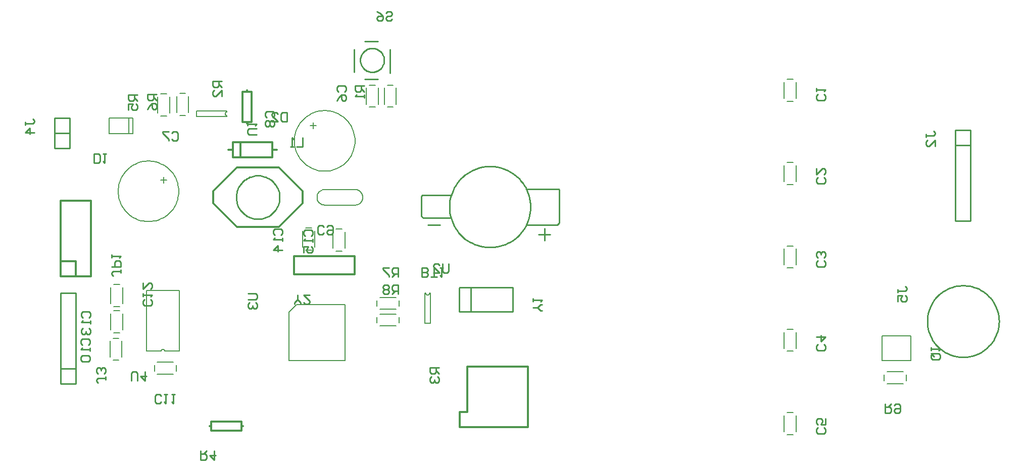
<source format=gbo>
%FSTAX23Y23*%
%MOIN*%
%SFA1B1*%

%IPPOS*%
%ADD46C,0.010000*%
%ADD77C,0.007874*%
%ADD78C,0.012008*%
%ADD79C,0.014961*%
%LNkradac270315-1*%
%LPD*%
G54D46*
X02657Y01511D02*
D01*
X02656Y0153*
X02654Y01549*
X02651Y01567*
X02647Y01585*
X02641Y01603*
X02634Y0162*
X02626Y01637*
X02616Y01653*
X02606Y01669*
X02594Y01683*
X02582Y01697*
X02568Y0171*
X02554Y01722*
X02539Y01733*
X02523Y01743*
X02507Y01752*
X0249Y0176*
X02472Y01766*
X02454Y01771*
X02436Y01775*
X02417Y01778*
X02399Y01779*
X0238*
X02361Y01778*
X02343Y01775*
X02324Y01771*
X02307Y01766*
X02289Y0176*
X02272Y01752*
X02255Y01743*
X0224Y01733*
X02224Y01722*
X0221Y0171*
X02197Y01697*
X02184Y01683*
X02173Y01669*
X02162Y01653*
X02153Y01637*
X02145Y0162*
X02138Y01603*
X02132Y01585*
X02127Y01567*
X02124Y01549*
X02122Y0153*
X02122Y01511*
X02122Y01493*
X02124Y01474*
X02127Y01456*
X02132Y01438*
X02138Y0142*
X02145Y01402*
X02153Y01386*
X02162Y01369*
X02173Y01354*
X02184Y01339*
X02197Y01325*
X0221Y01312*
X02224Y013*
X0224Y01289*
X02255Y01279*
X02272Y01271*
X02289Y01263*
X02307Y01257*
X02324Y01252*
X02343Y01248*
X02361Y01245*
X0238Y01244*
X02399*
X02417Y01245*
X02436Y01248*
X02454Y01252*
X02472Y01257*
X0249Y01263*
X02507Y01271*
X02523Y01279*
X02539Y01289*
X02554Y013*
X02568Y01312*
X02582Y01325*
X02594Y01339*
X02606Y01354*
X02616Y01369*
X02626Y01386*
X02634Y01402*
X02641Y0142*
X02647Y01438*
X02651Y01456*
X02654Y01474*
X02656Y01493*
X02657Y01511*
X05748Y00755D02*
D01*
X05747Y00771*
X05745Y00788*
X05742Y00804*
X05738Y0082*
X05733Y00836*
X05727Y00851*
X0572Y00866*
X05712Y0088*
X05702Y00894*
X05692Y00907*
X05681Y00919*
X05669Y00931*
X05657Y00941*
X05643Y00951*
X05629Y0096*
X05615Y00967*
X056Y00974*
X05584Y0098*
X05568Y00984*
X05552Y00988*
X05536Y0099*
X0552Y00991*
X05503*
X05487Y0099*
X0547Y00988*
X05454Y00984*
X05438Y0098*
X05423Y00974*
X05408Y00967*
X05393Y0096*
X05379Y00951*
X05366Y00941*
X05353Y00931*
X05341Y00919*
X0533Y00907*
X0532Y00894*
X05311Y0088*
X05303Y00866*
X05296Y00851*
X05289Y00836*
X05284Y0082*
X0528Y00804*
X05277Y00788*
X05276Y00771*
X05275Y00755*
X05276Y00739*
X05277Y00722*
X0528Y00706*
X05284Y0069*
X05289Y00674*
X05296Y00659*
X05303Y00644*
X05311Y0063*
X0532Y00616*
X0533Y00603*
X05341Y00591*
X05353Y00579*
X05366Y00569*
X05379Y00559*
X05393Y0055*
X05408Y00543*
X05423Y00536*
X05438Y0053*
X05454Y00526*
X0547Y00522*
X05487Y0052*
X05503Y00519*
X0552*
X05536Y0052*
X05552Y00522*
X05568Y00526*
X05584Y0053*
X056Y00536*
X05615Y00543*
X05629Y0055*
X05643Y00559*
X05657Y00569*
X05669Y00579*
X05681Y00591*
X05692Y00603*
X05702Y00616*
X05712Y0063*
X0572Y00644*
X05727Y00659*
X05733Y00674*
X05738Y0069*
X05742Y00706*
X05745Y00722*
X05747Y00739*
X05748Y00755*
X01001Y01574D02*
D01*
X01001Y01584*
X00999Y01594*
X00998Y01604*
X00995Y01614*
X00992Y01623*
X00989Y01633*
X00984Y01641*
X00979Y0165*
X00974Y01658*
X00967Y01666*
X00961Y01674*
X00954Y01681*
X00946Y01687*
X00938Y01693*
X00929Y01698*
X00921Y01703*
X00911Y01707*
X00902Y0171*
X00892Y01713*
X00883Y01715*
X00873Y01717*
X00863Y01717*
X00853*
X00843Y01717*
X00833Y01715*
X00823Y01713*
X00814Y0171*
X00804Y01707*
X00795Y01703*
X00786Y01698*
X00778Y01693*
X0077Y01687*
X00762Y01681*
X00755Y01674*
X00748Y01666*
X00742Y01658*
X00736Y0165*
X00731Y01641*
X00727Y01633*
X00723Y01623*
X0072Y01614*
X00718Y01604*
X00716Y01594*
X00715Y01584*
X00715Y01574*
X00715Y01564*
X00716Y01554*
X00718Y01545*
X0072Y01535*
X00723Y01525*
X00727Y01516*
X00731Y01507*
X00736Y01498*
X00742Y0149*
X00748Y01482*
X00755Y01475*
X00762Y01468*
X0077Y01462*
X00778Y01456*
X00786Y0145*
X00795Y01446*
X00804Y01442*
X00814Y01438*
X00823Y01435*
X00833Y01433*
X00843Y01432*
X00853Y01431*
X00863*
X00873Y01432*
X00883Y01433*
X00892Y01435*
X00902Y01438*
X00911Y01442*
X00921Y01446*
X00929Y0145*
X00938Y01456*
X00946Y01462*
X00954Y01468*
X00961Y01475*
X00967Y01482*
X00974Y0149*
X00979Y01498*
X00984Y01507*
X00989Y01516*
X00992Y01525*
X00995Y01535*
X00998Y01545*
X00999Y01554*
X01001Y01564*
X01001Y01574*
X01691Y02481D02*
D01*
X0169Y02486*
X0169Y02492*
X01689Y02497*
X01688Y02502*
X01686Y02508*
X01684Y02513*
X01681Y02518*
X01679Y02522*
X01676Y02527*
X01672Y02531*
X01669Y02535*
X01665Y02539*
X0166Y02543*
X01656Y02546*
X01651Y02549*
X01646Y02551*
X01641Y02554*
X01636Y02555*
X01631Y02557*
X01626Y02558*
X0162Y02559*
X01615Y02559*
X01609*
X01604Y02559*
X01598Y02558*
X01593Y02557*
X01588Y02555*
X01582Y02554*
X01577Y02551*
X01572Y02549*
X01568Y02546*
X01563Y02543*
X01559Y02539*
X01555Y02535*
X01552Y02531*
X01548Y02527*
X01545Y02522*
X01542Y02518*
X0154Y02513*
X01538Y02508*
X01536Y02502*
X01535Y02497*
X01534Y02492*
X01533Y02486*
X01533Y02481*
X01533Y02475*
X01534Y0247*
X01535Y02464*
X01536Y02459*
X01538Y02454*
X0154Y02449*
X01542Y02444*
X01545Y02439*
X01548Y02434*
X01552Y0243*
X01555Y02426*
X01559Y02422*
X01563Y02419*
X01568Y02415*
X01572Y02412*
X01577Y0241*
X01582Y02408*
X01588Y02406*
X01593Y02404*
X01598Y02403*
X01604Y02402*
X01609Y02402*
X01615*
X0162Y02402*
X01626Y02403*
X01631Y02404*
X01636Y02406*
X01641Y02408*
X01646Y0241*
X01651Y02412*
X01656Y02415*
X0166Y02419*
X01665Y02422*
X01669Y02426*
X01672Y0243*
X01676Y02434*
X01679Y02439*
X01681Y02444*
X01684Y02449*
X01686Y02454*
X01688Y02459*
X01689Y02464*
X0169Y0247*
X0169Y02475*
X01691Y02481*
X0198Y01393D02*
X02059D01*
X02708Y01329D02*
X02787D01*
X02748Y01289D02*
Y01368D01*
X01944Y0159D02*
X02137D01*
X02629Y01393D02*
X02834D01*
X02846Y01405*
Y01625*
X02842Y01629D02*
X02846Y01625D01*
X02625Y01629D02*
X02842D01*
X01948Y01437D02*
X02133D01*
X01937Y01448D02*
X01948Y01437D01*
X01937Y01448D02*
Y01582D01*
X01944Y0159*
X05561Y01418D02*
Y02018D01*
X05461Y01418D02*
X05561D01*
X05461Y02018D02*
Y01418D01*
Y02018D02*
X05561D01*
X05461Y01918D02*
X05561D01*
X-00443Y00343D02*
Y00943D01*
X-00343*
Y00343D02*
Y00943D01*
X-00443Y00343D02*
X-00343D01*
X-00443Y00443D02*
X-00343D01*
X-00483Y01997D02*
X-00383D01*
X-00483Y02097D02*
X-00383D01*
X-00483Y01897D02*
Y02097D01*
Y01897D02*
X-00383D01*
Y02097*
X01564Y02355D02*
X0165D01*
X01562Y02605D02*
X01651D01*
X01494Y02401D02*
Y02551D01*
X01731Y02394D02*
Y02551D01*
X02185Y00818D02*
Y00976D01*
X02188Y0098*
X02539*
Y00818D02*
Y0098D01*
X02185Y00818D02*
X02539D01*
X02263D02*
Y00976D01*
X01941Y01048D02*
Y01108D01*
X01971*
X01981Y01098*
Y01088*
X01971Y01078*
X01941*
X01971*
X01981Y01068*
Y01058*
X01971Y01048*
X01941*
X02001D02*
X02041D01*
X02021*
Y01108*
X02061D02*
X02081D01*
X02071*
Y01048*
X02061Y01058*
X04593Y02256D02*
X04603Y02246D01*
Y02226*
X04593Y02216*
X04553*
X04543Y02226*
Y02246*
X04553Y02256*
X04543Y02276D02*
Y02296D01*
Y02286*
X04603*
X04593Y02276*
Y01705D02*
X04603Y01695D01*
Y01675*
X04593Y01665*
X04553*
X04543Y01675*
Y01695*
X04553Y01705*
X04543Y01765D02*
Y01725D01*
X04583Y01765*
X04593*
X04603Y01755*
Y01735*
X04593Y01725*
Y01154D02*
X04603Y01144D01*
Y01124*
X04593Y01114*
X04553*
X04543Y01124*
Y01144*
X04553Y01154*
X04593Y01174D02*
X04603Y01184D01*
Y01204*
X04593Y01214*
X04583*
X04573Y01204*
Y01194*
Y01204*
X04563Y01214*
X04553*
X04543Y01204*
Y01184*
X04553Y01174*
X04593Y00602D02*
X04603Y00592D01*
Y00572*
X04593Y00562*
X04553*
X04543Y00572*
Y00592*
X04553Y00602*
X04543Y00652D02*
X04603D01*
X04573Y00622*
Y00662*
X04593Y00051D02*
X04603Y00041D01*
Y00021*
X04593Y00011*
X04553*
X04543Y00021*
Y00041*
X04553Y00051*
X04603Y00111D02*
Y00071D01*
X04573*
X04583Y00091*
Y00101*
X04573Y00111*
X04553*
X04543Y00101*
Y00081*
X04553Y00071*
X01391Y02271D02*
X01381Y02281D01*
Y02301*
X01391Y02311*
X01431*
X01441Y02301*
Y02281*
X01431Y02271*
X01381Y02211D02*
X01391Y02231D01*
X01411Y02251*
X01431*
X01441Y02241*
Y02221*
X01431Y02211*
X01421*
X01411Y02221*
Y02251*
X0029Y01998D02*
X003Y02008D01*
X0032*
X0033Y01998*
Y01958*
X0032Y01948*
X003*
X0029Y01958*
X0027Y02008D02*
X0023D01*
Y01998*
X0027Y01958*
Y01948*
X00915Y02101D02*
X00905Y02111D01*
Y02131*
X00915Y02141*
X00955*
X00965Y02131*
Y02111*
X00955Y02101*
X00915Y02081D02*
X00905Y02071D01*
Y02051*
X00915Y02041*
X00925*
X00935Y02051*
X00945Y02041*
X00955*
X00965Y02051*
Y02071*
X00955Y02081*
X00945*
X00935Y02071*
X00925Y02081*
X00915*
X00935Y02071D02*
Y02051D01*
X01294Y01339D02*
X01284Y01329D01*
X01264*
X01254Y01339*
Y01379*
X01264Y01389*
X01284*
X01294Y01379*
X01314D02*
X01324Y01389D01*
X01344*
X01354Y01379*
Y01339*
X01344Y01329*
X01324*
X01314Y01339*
Y01349*
X01324Y01359*
X01354*
X-00301Y00597D02*
X-00311Y00607D01*
Y00627*
X-00301Y00637*
X-00261*
X-00251Y00627*
Y00607*
X-00261Y00597*
X-00251Y00577D02*
Y00557D01*
Y00567*
X-00311*
X-00301Y00577*
Y00527D02*
X-00311Y00517D01*
Y00497*
X-00301Y00487*
X-00261*
X-00251Y00497*
Y00517*
X-00261Y00527*
X-00301*
X00221Y00221D02*
X00211Y00211D01*
X00191*
X00181Y00221*
Y00261*
X00191Y00271*
X00211*
X00221Y00261*
X00241Y00271D02*
X00261D01*
X00251*
Y00211*
X00241Y00221*
X0029Y00271D02*
X0031D01*
X003*
Y00211*
X0029Y00221*
X00148Y00898D02*
X00158Y00888D01*
Y00868*
X00148Y00858*
X00108*
X00098Y00868*
Y00888*
X00108Y00898*
X00098Y00918D02*
Y00938D01*
Y00928*
X00158*
X00148Y00918*
X00098Y01008D02*
Y00968D01*
X00138Y01008*
X00148*
X00158Y00998*
Y00978*
X00148Y00968*
X-00297Y00778D02*
X-00307Y00788D01*
Y00808*
X-00297Y00818*
X-00257*
X-00247Y00808*
Y00788*
X-00257Y00778*
X-00247Y00758D02*
Y00738D01*
Y00748*
X-00307*
X-00297Y00758*
Y00709D02*
X-00307Y00699D01*
Y00679*
X-00297Y00669*
X-00287*
X-00277Y00679*
Y00689*
Y00679*
X-00267Y00669*
X-00257*
X-00247Y00679*
Y00699*
X-00257Y00709*
X00969Y01326D02*
X00959Y01336D01*
Y01356*
X00969Y01366*
X01009*
X01019Y01356*
Y01336*
X01009Y01326*
X01019Y01306D02*
Y01286D01*
Y01296*
X00959*
X00969Y01306*
X01019Y01226D02*
X00959D01*
X00989Y01256*
Y01216*
X0117Y01318D02*
X0116Y01328D01*
Y01348*
X0117Y01358*
X0121*
X0122Y01348*
Y01328*
X0121Y01318*
X0122Y01298D02*
Y01278D01*
Y01288*
X0116*
X0117Y01298*
X0116Y01208D02*
Y01248D01*
X0119*
X0118Y01228*
Y01218*
X0119Y01208*
X0121*
X0122Y01218*
Y01238*
X0121Y01248*
X-00223Y01802D02*
Y01862D01*
X-00193*
X-00183Y01852*
Y01812*
X-00193Y01802*
X-00223*
X-00163Y01862D02*
X-00143D01*
X-00153*
Y01802*
X-00163Y01812*
X01048Y02135D02*
Y02075D01*
X01018*
X01008Y02085*
Y02125*
X01018Y02135*
X01048*
X00948Y02075D02*
X00988D01*
X00948Y02115*
Y02125*
X00958Y02135*
X00978*
X00988Y02125*
X05266Y01973D02*
Y01993D01*
Y01983*
X05316*
X05326Y01993*
Y02003*
X05316Y02013*
X05326Y01913D02*
Y01953D01*
X05286Y01913*
X05276*
X05266Y01923*
Y01943*
X05276Y01953*
X-00148Y00388D02*
Y00368D01*
Y00378*
X-00198*
X-00208Y00368*
Y00358*
X-00198Y00348*
X-00158Y00408D02*
X-00148Y00418D01*
Y00438*
X-00158Y00448*
X-00168*
X-00178Y00438*
Y00428*
Y00438*
X-00188Y00448*
X-00198*
X-00208Y00438*
Y00418*
X-00198Y00408*
X-00678Y02052D02*
Y02072D01*
Y02062*
X-00628*
X-00618Y02072*
Y02082*
X-00628Y02092*
X-00618Y02002D02*
X-00678D01*
X-00648Y02032*
Y01992*
X0508Y00946D02*
Y00966D01*
Y00956*
X0513*
X0514Y00966*
Y00976*
X0513Y00986*
X0508Y00886D02*
Y00926D01*
X0511*
X051Y00906*
Y00896*
X0511Y00886*
X0513*
X0514Y00896*
Y00916*
X0513Y00926*
X-00047Y01096D02*
Y01076D01*
Y01086*
X-00097*
X-00107Y01076*
Y01066*
X-00097Y01056*
X-00107Y01116D02*
X-00047D01*
Y01146*
X-00057Y01156*
X-00077*
X-00087Y01146*
Y01116*
X-00107Y01176D02*
Y01196D01*
Y01186*
X-00047*
X-00057Y01176*
X01153Y01968D02*
Y01908D01*
X01113*
X01093D02*
X01073D01*
X01083*
Y01968*
X01093Y01958*
X05309Y00542D02*
X05349D01*
X05359Y00532*
Y00512*
X05349Y00502*
X05309*
X05299Y00512*
Y00532*
X05319Y00522D02*
X05299Y00542D01*
Y00532D02*
X05309Y00542D01*
X05299Y00562D02*
Y00582D01*
Y00572*
X05359*
X05349Y00562*
X01559Y02311D02*
X01499D01*
Y02281*
X01509Y02271*
X01529*
X01539Y02281*
Y02311*
Y02291D02*
X01559Y02271D01*
Y02251D02*
Y02231D01*
Y02241*
X01499*
X01509Y02251*
X00621Y02342D02*
X00561D01*
Y02312*
X00571Y02302*
X00591*
X00601Y02312*
Y02342*
Y02322D02*
X00621Y02302D01*
Y02242D02*
Y02282D01*
X00581Y02242*
X00571*
X00561Y02252*
Y02272*
X00571Y02282*
X02054Y0045D02*
X01994D01*
Y0042*
X02004Y0041*
X02024*
X02034Y0042*
Y0045*
Y0043D02*
X02054Y0041D01*
X02004Y0039D02*
X01994Y0038D01*
Y0036*
X02004Y0035*
X02014*
X02024Y0036*
Y0037*
Y0036*
X02034Y0035*
X02044*
X02054Y0036*
Y0038*
X02044Y0039*
X0048Y-00102D02*
Y-00162D01*
X0051*
X0052Y-00152*
Y-00132*
X0051Y-00122*
X0048*
X005D02*
X0052Y-00102D01*
X00569D02*
Y-00162D01*
X0054Y-00132*
X00579*
X00063Y02252D02*
X00003D01*
Y02222*
X00013Y02212*
X00033*
X00043Y02222*
Y02252*
Y02232D02*
X00063Y02212D01*
X00003Y02152D02*
Y02192D01*
X00033*
X00023Y02172*
Y02162*
X00033Y02152*
X00053*
X00063Y02162*
Y02182*
X00053Y02192*
X00189Y02255D02*
X00129D01*
Y02225*
X00139Y02215*
X00159*
X00169Y02225*
Y02255*
Y02235D02*
X00189Y02215D01*
X00129Y02156D02*
X00139Y02175D01*
X00159Y02195*
X00179*
X00189Y02185*
Y02166*
X00179Y02156*
X00169*
X00159Y02166*
Y02195*
X01783Y01047D02*
Y01107D01*
X01753*
X01743Y01097*
Y01077*
X01753Y01067*
X01783*
X01763D02*
X01743Y01047D01*
X01723Y01107D02*
X01683D01*
Y01097*
X01723Y01057*
Y01047*
X01783Y00936D02*
Y00996D01*
X01753*
X01743Y00986*
Y00966*
X01753Y00956*
X01783*
X01763D02*
X01743Y00936D01*
X01723Y00986D02*
X01713Y00996D01*
X01693*
X01683Y00986*
Y00976*
X01693Y00966*
X01683Y00956*
Y00946*
X01693Y00936*
X01713*
X01723Y00946*
Y00956*
X01713Y00966*
X01723Y00976*
Y00986*
X01713Y00966D02*
X01693D01*
X04995Y00208D02*
Y00148D01*
X05025*
X05035Y00158*
Y00178*
X05025Y00188*
X04995*
X05015D02*
X05035Y00208D01*
X05055Y00198D02*
X05065Y00208D01*
X05085*
X05095Y00198*
Y00158*
X05085Y00148*
X05065*
X05055Y00158*
Y00168*
X05065Y00178*
X05095*
X01703Y02791D02*
X01713Y02801D01*
X01733*
X01743Y02791*
Y02781*
X01733Y02771*
X01713*
X01703Y02761*
Y02751*
X01713Y02741*
X01733*
X01743Y02751*
X01643Y02801D02*
X01663Y02791D01*
X01683Y02771*
Y02751*
X01673Y02741*
X01653*
X01643Y02751*
Y02761*
X01653Y02771*
X01683*
X00848Y01988D02*
X00798D01*
X00788Y01998*
Y02018*
X00798Y02028*
X00848*
X00788Y02048D02*
Y02068D01*
Y02058*
X00848*
X00838Y02048*
X02117Y01136D02*
Y01086D01*
X02107Y01076*
X02087*
X02077Y01086*
Y01136*
X02017Y01076D02*
X02057D01*
X02017Y01116*
Y01126*
X02027Y01136*
X02047*
X02057Y01126*
X00792Y00937D02*
X00842D01*
X00852Y00927*
Y00907*
X00842Y00897*
X00792*
X00802Y00877D02*
X00792Y00867D01*
Y00847*
X00802Y00837*
X00812*
X00822Y00847*
Y00857*
Y00847*
X00832Y00837*
X00842*
X00852Y00847*
Y00867*
X00842Y00877*
X00022Y00363D02*
Y00413D01*
X00032Y00423*
X00052*
X00062Y00413*
Y00363*
X00112Y00423D02*
Y00363D01*
X00082Y00393*
X00122*
X02734Y00824D02*
X02724D01*
X02704Y00844*
X02724Y00864*
X02734*
X02704Y00844D02*
X02674D01*
Y00884D02*
Y00904D01*
Y00894*
X02734*
X02724Y00884*
X011Y0087D02*
Y0088D01*
X0112Y009*
X0114Y0088*
Y0087*
X0112Y009D02*
Y0093D01*
X012D02*
X0116D01*
X012Y0089*
Y0088*
X0119Y0087*
X0117*
X0116Y0088*
G54D77*
X00336Y01614D02*
D01*
X00335Y01628*
X00334Y01642*
X00331Y01655*
X00328Y01669*
X00324Y01682*
X00318Y01695*
X00312Y01708*
X00305Y0172*
X00298Y01731*
X00289Y01742*
X0028Y01753*
X0027Y01762*
X00259Y01771*
X00248Y01779*
X00236Y01787*
X00223Y01793*
X00211Y01799*
X00198Y01804*
X00184Y01808*
X0017Y01811*
X00157Y01813*
X00143Y01814*
X00129*
X00115Y01813*
X00101Y01811*
X00087Y01808*
X00074Y01804*
X00061Y01799*
X00048Y01793*
X00036Y01787*
X00024Y01779*
X00013Y01771*
X00002Y01762*
X-00007Y01753*
X-00016Y01742*
X-00025Y01731*
X-00033Y0172*
X-0004Y01708*
X-00046Y01695*
X-00051Y01682*
X-00056Y01669*
X-00059Y01655*
X-00061Y01642*
X-00063Y01628*
X-00063Y01614*
X-00063Y016*
X-00061Y01586*
X-00059Y01572*
X-00056Y01559*
X-00051Y01545*
X-00046Y01532*
X-0004Y0152*
X-00033Y01508*
X-00025Y01496*
X-00016Y01485*
X-00007Y01475*
X00002Y01465*
X00013Y01456*
X00024Y01448*
X00036Y0144*
X00048Y01434*
X00061Y01428*
X00074Y01423*
X00087Y0142*
X00101Y01417*
X00115Y01415*
X00129Y01414*
X00143*
X00157Y01415*
X0017Y01417*
X00184Y0142*
X00198Y01423*
X00211Y01428*
X00223Y01434*
X00236Y0144*
X00248Y01448*
X00259Y01456*
X0027Y01465*
X0028Y01475*
X00289Y01485*
X00298Y01496*
X00305Y01508*
X00312Y0152*
X00318Y01532*
X00324Y01545*
X00328Y01559*
X00331Y01572*
X00334Y01586*
X00335Y016*
X00336Y01614*
X01499Y01523D02*
D01*
X01502Y01523*
X01506Y01524*
X01509Y01524*
X01513Y01525*
X01516Y01526*
X0152Y01528*
X01523Y01529*
X01526Y01531*
X01529Y01533*
X01532Y01535*
X01534Y01537*
X01537Y0154*
X01539Y01543*
X01541Y01546*
X01543Y01549*
X01545Y01552*
X01546Y01555*
X01547Y01558*
X01548Y01562*
X01549Y01565*
X0155Y01569*
X0155Y01573*
Y01576*
X0155Y0158*
X01549Y01583*
X01548Y01587*
X01547Y0159*
X01546Y01593*
X01545Y01597*
X01543Y016*
X01541Y01603*
X01539Y01606*
X01537Y01609*
X01534Y01611*
X01532Y01614*
X01529Y01616*
X01526Y01618*
X01523Y01619*
X0152Y01621*
X01516Y01622*
X01513Y01624*
X01509Y01624*
X01506Y01625*
X01502Y01625*
X01499Y01625*
X01299D02*
D01*
X01295Y01625*
X01292Y01625*
X01288Y01624*
X01285Y01624*
X01281Y01622*
X01278Y01621*
X01275Y01619*
X01272Y01618*
X01269Y01616*
X01266Y01614*
X01263Y01611*
X01261Y01609*
X01258Y01606*
X01256Y01603*
X01254Y016*
X01253Y01597*
X01251Y01593*
X0125Y0159*
X01249Y01587*
X01248Y01583*
X01248Y0158*
X01248Y01576*
Y01573*
X01248Y01569*
X01248Y01565*
X01249Y01562*
X0125Y01558*
X01251Y01555*
X01253Y01552*
X01254Y01549*
X01256Y01546*
X01258Y01543*
X01261Y0154*
X01263Y01537*
X01266Y01535*
X01269Y01533*
X01272Y01531*
X01275Y01529*
X01278Y01528*
X01281Y01526*
X01285Y01525*
X01288Y01524*
X01292Y01524*
X01295Y01523*
X01299Y01523*
X00654Y0214D02*
D01*
X00654Y0214*
X00653Y02139*
X00652Y02139*
X00651Y02139*
X0065Y02139*
X00649Y02138*
X00649Y02138*
X00648Y02138*
X00647Y02137*
X00646Y02137*
X00646Y02136*
X00645Y02135*
X00645Y02135*
X00644Y02134*
X00644Y02133*
X00643Y02133*
X00643Y02132*
X00643Y02131*
X00642Y0213*
X00642Y02129*
X00642Y02128*
X00642Y02128*
Y02127*
X00642Y02126*
X00642Y02125*
X00642Y02124*
X00643Y02123*
X00643Y02122*
X00643Y02122*
X00644Y02121*
X00644Y0212*
X00645Y02119*
X00645Y02119*
X00646Y02118*
X00646Y02118*
X00647Y02117*
X00648Y02117*
X00649Y02116*
X00649Y02116*
X0065Y02115*
X00651Y02115*
X00652Y02115*
X00653Y02115*
X00654Y02115*
X00654Y02115*
X01966Y00942D02*
D01*
X01966Y00941*
X01966Y0094*
X01966Y00939*
X01966Y00938*
X01967Y00938*
X01967Y00937*
X01967Y00936*
X01968Y00935*
X01968Y00934*
X01969Y00934*
X01969Y00933*
X0197Y00933*
X01971Y00932*
X01971Y00931*
X01972Y00931*
X01973Y00931*
X01974Y0093*
X01974Y0093*
X01975Y0093*
X01976Y0093*
X01977Y00929*
X01978Y00929*
X01979*
X0198Y00929*
X0198Y0093*
X01981Y0093*
X01982Y0093*
X01983Y0093*
X01984Y00931*
X01984Y00931*
X01985Y00931*
X01986Y00932*
X01987Y00933*
X01987Y00933*
X01988Y00934*
X01988Y00934*
X01989Y00935*
X01989Y00936*
X0199Y00937*
X0199Y00938*
X0199Y00938*
X0199Y00939*
X01991Y0094*
X01991Y00941*
X01991Y00942*
X00244Y00557D02*
D01*
X00244Y00558*
X00244Y00559*
X00244Y0056*
X00244Y00561*
X00244Y00561*
X00243Y00562*
X00243Y00563*
X00242Y00564*
X00242Y00565*
X00241Y00565*
X00241Y00566*
X0024Y00566*
X0024Y00567*
X00239Y00568*
X00238Y00568*
X00237Y00568*
X00236Y00569*
X00236Y00569*
X00235Y00569*
X00234Y00569*
X00233Y0057*
X00232Y0057*
X00231*
X00231Y0057*
X0023Y00569*
X00229Y00569*
X00228Y00569*
X00227Y00569*
X00226Y00568*
X00226Y00568*
X00225Y00568*
X00224Y00567*
X00223Y00566*
X00223Y00566*
X00222Y00565*
X00222Y00565*
X00221Y00564*
X00221Y00563*
X0022Y00562*
X0022Y00561*
X0022Y00561*
X0022Y0056*
X00219Y00559*
X00219Y00558*
X00219Y00557*
X01499Y01947D02*
D01*
X01498Y01961*
X01497Y01975*
X01494Y01988*
X01491Y02002*
X01487Y02015*
X01481Y02028*
X01475Y02041*
X01468Y02053*
X01461Y02064*
X01452Y02075*
X01443Y02086*
X01433Y02095*
X01422Y02104*
X01411Y02113*
X01399Y0212*
X01386Y02127*
X01374Y02132*
X01361Y02137*
X01347Y02141*
X01333Y02144*
X0132Y02146*
X01306Y02147*
X01292*
X01278Y02146*
X01264Y02144*
X0125Y02141*
X01237Y02137*
X01224Y02132*
X01211Y02127*
X01199Y0212*
X01187Y02113*
X01176Y02104*
X01165Y02095*
X01155Y02086*
X01146Y02075*
X01137Y02064*
X01129Y02053*
X01122Y02041*
X01116Y02028*
X01111Y02015*
X01106Y02002*
X01103Y01988*
X01101Y01975*
X01099Y01961*
X01099Y01947*
X01099Y01933*
X01101Y01919*
X01103Y01905*
X01106Y01892*
X01111Y01878*
X01116Y01865*
X01122Y01853*
X01129Y01841*
X01137Y01829*
X01146Y01818*
X01155Y01808*
X01165Y01798*
X01176Y01789*
X01187Y01781*
X01199Y01774*
X01211Y01767*
X01224Y01761*
X01237Y01757*
X0125Y01753*
X01264Y0175*
X01278Y01748*
X01292Y01747*
X01306*
X0132Y01748*
X01333Y0175*
X01347Y01753*
X01361Y01757*
X01374Y01761*
X01386Y01767*
X01399Y01774*
X01411Y01781*
X01422Y01789*
X01433Y01798*
X01443Y01808*
X01452Y01818*
X01461Y01829*
X01468Y01841*
X01475Y01853*
X01481Y01865*
X01487Y01878*
X01491Y01892*
X01494Y01905*
X01497Y01919*
X01498Y01933*
X01499Y01947*
X0435Y0221D02*
X0437D01*
X0433Y0223D02*
Y02336D01*
X0435Y02356D02*
X04389D01*
X04409Y0223D02*
Y02336D01*
X0437Y0221D02*
X04389D01*
X0435Y01659D02*
X0437D01*
X0433Y01679D02*
Y01785D01*
X0435Y01805D02*
X04389D01*
X04409Y01679D02*
Y01785D01*
X0437Y01659D02*
X04389D01*
X0435Y01108D02*
X0437D01*
X0433Y01234D02*
Y01127D01*
X0435Y01253D02*
X04389D01*
X04409Y01127D02*
Y01234D01*
X0437Y01108D02*
X04389D01*
X0435Y00557D02*
X0437D01*
X0433Y00576D02*
Y00683D01*
X0435Y00702D02*
X04389D01*
X04409Y00683D02*
Y00576D01*
X0437Y00557D02*
X04389D01*
X0435Y00005D02*
X0437D01*
X0433Y00025D02*
Y00131D01*
X0435Y00151D02*
X04389D01*
X04409Y00131D02*
Y00025D01*
X0437Y00005D02*
X04389D01*
X01614Y02316D02*
X01633D01*
X01653Y0219D02*
Y02297D01*
X01594Y02171D02*
X01633D01*
X01574Y02297D02*
Y0219D01*
X01594Y02316D02*
X01614D01*
X00216Y01688D02*
X00256D01*
X00236Y01668D02*
Y01708D01*
X01299Y01625D02*
X01499D01*
X01299Y01523D02*
X01499D01*
X-00078Y00643D02*
X-00059D01*
X-00039Y00517D02*
Y00624D01*
X-00098Y00498D02*
X-00059D01*
X-00118Y00517D02*
Y00624D01*
X-00098Y00643D02*
X-00078D01*
X00175Y00444D02*
Y00464D01*
X00194Y00484D02*
X00301D01*
X0032Y00425D02*
Y00464D01*
X00194Y00405D02*
X00301D01*
X00175Y00425D02*
Y00444D01*
X-00094Y00852D02*
X-00074D01*
X-00114Y00978D02*
Y00872D01*
X-00094Y00998D02*
X-00055D01*
X-00035Y00872D02*
Y00978D01*
X-00074Y00852D02*
X-00055D01*
X-00074Y00824D02*
X-00055D01*
X-00035Y00698D02*
Y00805D01*
X-00094Y00679D02*
X-00055D01*
X-00114Y00698D02*
Y00805D01*
X-00094Y00824D02*
X-00074D01*
X01192Y01372D02*
X01212D01*
X01232Y01246D02*
Y01352D01*
X01173Y01226D02*
X01212D01*
X01153Y01246D02*
Y01352D01*
X01173Y01372D02*
X01192D01*
X01393Y01364D02*
X01413D01*
X01433Y01344D02*
Y01238D01*
X01374Y01218D02*
X01413D01*
X01354Y01238D02*
Y01344D01*
X01374Y01364D02*
X01393D01*
X00032Y02047D02*
X00032Y01996D01*
X-00125D02*
X00032D01*
X-00125D02*
Y02098D01*
X00032*
Y02047D02*
Y02098D01*
X00006Y01996D02*
Y02098D01*
X04976Y00657D02*
X05165D01*
Y00496D02*
Y00657D01*
X04976Y00496D02*
Y00657D01*
Y00496D02*
X05165D01*
X01732Y02316D02*
X01751D01*
X01771Y0219D02*
Y02297D01*
X01712Y02171D02*
X01751D01*
X01692Y02297D02*
Y0219D01*
X01712Y02316D02*
X01732D01*
X00236Y02257D02*
X00255D01*
X00275Y02238D02*
Y02131D01*
X00216Y02112D02*
X00255D01*
X00196Y02131D02*
Y02238D01*
X00216Y02257D02*
X00236D01*
X00362Y02261D02*
X00381D01*
X00401Y02242D02*
Y02135D01*
X00342Y02116D02*
X00381D01*
X00322Y02242D02*
Y02135D01*
X00342Y02261D02*
X00362D01*
X01789Y00854D02*
Y00874D01*
X01663Y00834D02*
X01769D01*
X01643Y00854D02*
Y00893D01*
X01663Y00913D02*
X01769D01*
X01789Y00874D02*
Y00893D01*
Y00744D02*
Y00763D01*
X01663Y00724D02*
X01769D01*
X01643Y00744D02*
Y00783D01*
X01663Y00803D02*
X01769D01*
X01789Y00763D02*
Y00783D01*
X0499Y00381D02*
Y00401D01*
X05009Y00421D02*
X05116D01*
X05135Y00362D02*
Y00401D01*
X05009Y00342D02*
X05116D01*
X0499Y00362D02*
Y00381D01*
X00454Y02109D02*
X00654D01*
X00454Y02145D02*
Y02109D01*
Y02145D02*
X00654D01*
Y0214D02*
Y02145D01*
Y02109D02*
Y02115D01*
X01996Y00742D02*
Y00942D01*
X0196Y00742D02*
X01996D01*
X0196D02*
Y00942D01*
X01966*
X01991D02*
X01996D01*
X01112Y00866D02*
X01433D01*
Y00495D02*
Y00866D01*
X01062Y00495D02*
X01433D01*
X01062D02*
Y00816D01*
X01112Y00866*
X00123Y00557D02*
X00219D01*
X00244D02*
X00341D01*
Y00957*
X00123D02*
X00341D01*
X00123D02*
Y00557D01*
X01224Y02027D02*
Y02067D01*
X01204Y02047D02*
X01244D01*
G54D78*
X0224Y00454D02*
X0264D01*
X0224Y00154D02*
Y00454D01*
X0219Y00154D02*
X0224D01*
X0219Y00054D02*
Y00154D01*
Y00054D02*
X0264D01*
Y00454*
X00953Y01839D02*
Y01939D01*
X00693Y01839D02*
X00953D01*
X00693D02*
Y01939D01*
X00953*
X00743Y01839D02*
Y01939D01*
X00953Y01889D02*
X00983D01*
X00663D02*
X00693D01*
X-00443Y01152D02*
X-00343D01*
Y01052*
X-00243D02*
Y01552D01*
X-00443D02*
X-00243D01*
X-00443D02*
Y01052D01*
X-00243*
X00757Y02072D02*
X00787D01*
X00757Y02272D02*
Y02072D01*
Y02272D02*
X00817D01*
Y02072*
X00787D02*
X00817D01*
X00787Y02272D02*
Y02281D01*
Y02063D02*
Y02072D01*
X0075Y00062D02*
Y00032D01*
X0055D02*
X0075D01*
X0055D02*
Y00092D01*
X0075*
Y00062D02*
Y00092D01*
X0054Y00062D02*
X0055D01*
X0075D02*
X00759D01*
X01096Y01065D02*
Y01185D01*
X01496*
Y01065D02*
Y01185D01*
X01096Y01065D02*
X01496D01*
G54D79*
X01153Y01574D02*
Y01614D01*
X00996Y01771D02*
X01153Y01614D01*
X0072Y01771D02*
X00996D01*
X00562Y01614D02*
X0072Y01771D01*
X00562Y01535D02*
Y01614D01*
Y01535D02*
X0072Y01377D01*
X00996*
X01153Y01535*
Y01574*
M02*
</source>
